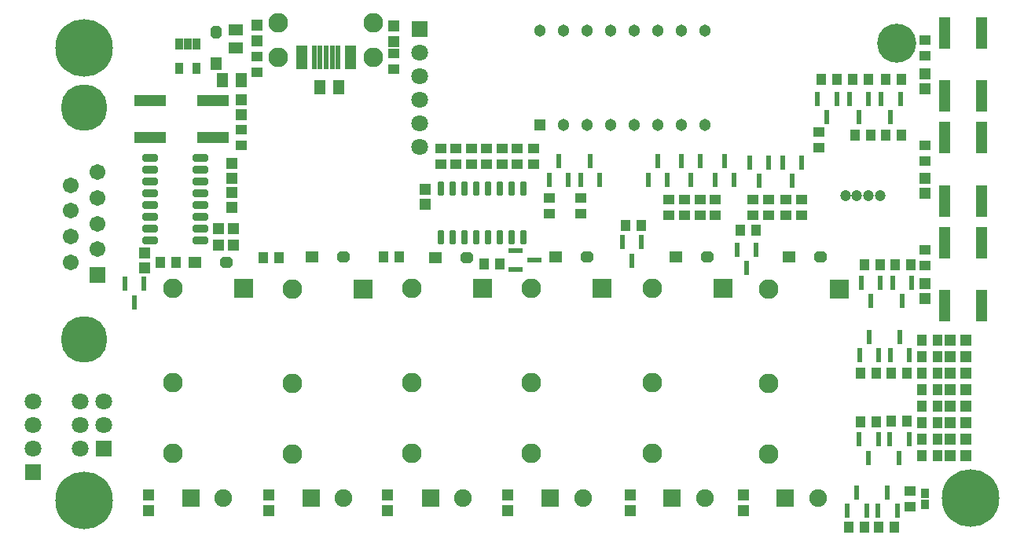
<source format=gbr>
%TF.GenerationSoftware,Altium Limited,Altium NEXUS,2.1.9 (83)*%
G04 Layer_Color=8388736*
%FSLAX44Y44*%
%MOMM*%
%TF.FileFunction,Soldermask,Top*%
%TF.Part,Single*%
G01*
G75*
%TA.AperFunction,SMDPad,CuDef*%
%ADD23R,0.6100X1.6100*%
%ADD30R,1.6100X0.6100*%
%ADD70R,0.9032X1.0032*%
%ADD71R,0.8632X1.2032*%
%TA.AperFunction,ConnectorPad*%
%ADD72R,1.3032X2.5532*%
%ADD73R,0.6032X2.5532*%
%TA.AperFunction,SMDPad,CuDef*%
%ADD74R,1.2032X1.6032*%
%ADD75R,1.2032X1.1032*%
%ADD76R,1.6032X1.2032*%
%ADD77R,1.1032X1.2032*%
%ADD78R,1.2032X1.3032*%
%ADD79R,1.2032X1.4232*%
G04:AMPARAMS|DCode=80|XSize=1.2032mm|YSize=1.4232mm|CornerRadius=0mm|HoleSize=0mm|Usage=FLASHONLY|Rotation=0.000|XOffset=0mm|YOffset=0mm|HoleType=Round|Shape=Octagon|*
%AMOCTAGOND80*
4,1,8,-0.3008,0.7116,0.3008,0.7116,0.6016,0.4108,0.6016,-0.4108,0.3008,-0.7116,-0.3008,-0.7116,-0.6016,-0.4108,-0.6016,0.4108,-0.3008,0.7116,0.0*
%
%ADD80OCTAGOND80*%

%ADD81R,3.4032X1.2032*%
%ADD82R,1.2032X1.2032*%
G04:AMPARAMS|DCode=83|XSize=0.7532mm|YSize=1.4532mm|CornerRadius=0.1511mm|HoleSize=0mm|Usage=FLASHONLY|Rotation=180.000|XOffset=0mm|YOffset=0mm|HoleType=Round|Shape=RoundedRectangle|*
%AMROUNDEDRECTD83*
21,1,0.7532,1.1510,0,0,180.0*
21,1,0.4510,1.4532,0,0,180.0*
1,1,0.3022,-0.2255,0.5755*
1,1,0.3022,0.2255,0.5755*
1,1,0.3022,0.2255,-0.5755*
1,1,0.3022,-0.2255,-0.5755*
%
%ADD83ROUNDEDRECTD83*%
%ADD84R,1.3032X1.2032*%
%ADD85R,1.4232X1.2032*%
G04:AMPARAMS|DCode=86|XSize=1.2032mm|YSize=1.4232mm|CornerRadius=0mm|HoleSize=0mm|Usage=FLASHONLY|Rotation=270.000|XOffset=0mm|YOffset=0mm|HoleType=Round|Shape=Octagon|*
%AMOCTAGOND86*
4,1,8,0.7116,0.3008,0.7116,-0.3008,0.4108,-0.6016,-0.4108,-0.6016,-0.7116,-0.3008,-0.7116,0.3008,-0.4108,0.6016,0.4108,0.6016,0.7116,0.3008,0.0*
%
%ADD86OCTAGOND86*%

%ADD87R,1.2032X3.4032*%
%TA.AperFunction,ConnectorPad*%
%ADD88R,1.2032X3.4032*%
%TA.AperFunction,SMDPad,CuDef*%
G04:AMPARAMS|DCode=89|XSize=0.8032mm|YSize=1.6532mm|CornerRadius=0.1526mm|HoleSize=0mm|Usage=FLASHONLY|Rotation=270.000|XOffset=0mm|YOffset=0mm|HoleType=Round|Shape=RoundedRectangle|*
%AMROUNDEDRECTD89*
21,1,0.8032,1.3480,0,0,270.0*
21,1,0.4980,1.6532,0,0,270.0*
1,1,0.3052,-0.6740,-0.2490*
1,1,0.3052,-0.6740,0.2490*
1,1,0.3052,0.6740,0.2490*
1,1,0.3052,0.6740,-0.2490*
%
%ADD89ROUNDEDRECTD89*%
%ADD90R,1.2032X1.2032*%
%TA.AperFunction,ComponentPad*%
%ADD91R,2.1032X2.1032*%
%ADD92C,2.1032*%
%ADD93R,1.9032X1.9032*%
%ADD94C,1.9032*%
%TA.AperFunction,ViaPad*%
%ADD95C,4.2032*%
%ADD96C,6.2032*%
%TA.AperFunction,ComponentPad*%
%ADD97R,1.8032X1.8032*%
%ADD98C,1.8032*%
%ADD99C,1.2032*%
%ADD100R,1.3032X1.3032*%
%ADD101C,1.3032*%
%ADD102C,5.0032*%
%ADD103C,1.7032*%
%ADD104R,1.7032X1.7032*%
D23*
X1122770Y664000D02*
D03*
X1102270D02*
D03*
X1112520Y644100D02*
D03*
X1087210Y664000D02*
D03*
X1066710D02*
D03*
X1076960Y644100D02*
D03*
X1013550Y665270D02*
D03*
X993050D02*
D03*
X1003300Y645370D02*
D03*
X1229250Y732834D02*
D03*
X1208750D02*
D03*
X1219000Y712934D02*
D03*
X1194960Y732834D02*
D03*
X1174460D02*
D03*
X1184710Y712934D02*
D03*
X1160670Y732834D02*
D03*
X1140170D02*
D03*
X1150420Y712934D02*
D03*
X850810Y645370D02*
D03*
X871310D02*
D03*
X861060Y665270D02*
D03*
X885100Y645370D02*
D03*
X905600D02*
D03*
X895350Y665270D02*
D03*
X957490Y645370D02*
D03*
X977990D02*
D03*
X967740Y665270D02*
D03*
X1029880Y645370D02*
D03*
X1050380D02*
D03*
X1040130Y665270D02*
D03*
X1218348Y456140D02*
D03*
X1238848D02*
D03*
X1228598Y476040D02*
D03*
X1185328Y456394D02*
D03*
X1205828D02*
D03*
X1195578Y476294D02*
D03*
X1207516Y534416D02*
D03*
X1187016D02*
D03*
X1197266Y514516D02*
D03*
X1241642Y534460D02*
D03*
X1221142D02*
D03*
X1231392Y514560D02*
D03*
X1205394Y288500D02*
D03*
X1225894D02*
D03*
X1215644Y308400D02*
D03*
X1172374Y288500D02*
D03*
X1192874D02*
D03*
X1182624Y308400D02*
D03*
X1205574Y365550D02*
D03*
X1185074D02*
D03*
X1195324Y345650D02*
D03*
X1238594Y365550D02*
D03*
X1218094D02*
D03*
X1228344Y345650D02*
D03*
X414110Y533444D02*
D03*
X393610D02*
D03*
X403860Y513544D02*
D03*
X950648Y578358D02*
D03*
X930148D02*
D03*
X940398Y558458D02*
D03*
X1074002Y570274D02*
D03*
X1053502D02*
D03*
X1063752Y550374D02*
D03*
D30*
X814788Y569304D02*
D03*
Y548804D02*
D03*
X834688Y559054D02*
D03*
D70*
X1256030Y307498D02*
D03*
Y295498D02*
D03*
D71*
X471018Y791764D02*
D03*
X461518D02*
D03*
X452018D02*
D03*
Y765764D02*
D03*
X471018D02*
D03*
D72*
X637162Y777494D02*
D03*
X584162D02*
D03*
D73*
X597662D02*
D03*
X604162D02*
D03*
X610662D02*
D03*
X617162D02*
D03*
X623662D02*
D03*
D74*
X623918Y744982D02*
D03*
X603918D02*
D03*
X519016Y752856D02*
D03*
X499016D02*
D03*
D75*
X683514Y781930D02*
D03*
Y764930D02*
D03*
X535940Y777866D02*
D03*
Y760866D02*
D03*
X519430Y682380D02*
D03*
Y699380D02*
D03*
X1239520Y309998D02*
D03*
Y292998D02*
D03*
X1106170Y624450D02*
D03*
Y607450D02*
D03*
X1070610Y624450D02*
D03*
Y607450D02*
D03*
X1122680Y624450D02*
D03*
Y607450D02*
D03*
X1087120Y624450D02*
D03*
Y607450D02*
D03*
X996950Y607450D02*
D03*
Y624450D02*
D03*
X1013460Y607450D02*
D03*
Y624450D02*
D03*
X834390Y679060D02*
D03*
Y662060D02*
D03*
X816610Y679060D02*
D03*
Y662060D02*
D03*
X800100Y679060D02*
D03*
Y662060D02*
D03*
X783590Y679060D02*
D03*
Y662060D02*
D03*
X767080Y679060D02*
D03*
Y662060D02*
D03*
X734060Y679060D02*
D03*
Y662060D02*
D03*
X750570Y679060D02*
D03*
Y662060D02*
D03*
X1141730Y697348D02*
D03*
Y680348D02*
D03*
X850900Y608720D02*
D03*
Y625720D02*
D03*
X885190Y608720D02*
D03*
Y625720D02*
D03*
X980186Y607450D02*
D03*
Y624450D02*
D03*
X1029970Y607450D02*
D03*
Y624450D02*
D03*
X1256030Y569840D02*
D03*
Y552840D02*
D03*
Y682870D02*
D03*
Y665870D02*
D03*
Y795900D02*
D03*
Y778900D02*
D03*
D76*
X513588Y807306D02*
D03*
Y787306D02*
D03*
D77*
X1230494Y693166D02*
D03*
X1213494D02*
D03*
X1180220D02*
D03*
X1197220D02*
D03*
X1143898Y753872D02*
D03*
X1160898D02*
D03*
X1178188D02*
D03*
X1195188D02*
D03*
X1213748D02*
D03*
X1230748D02*
D03*
X1269610Y472440D02*
D03*
X1252610D02*
D03*
X1219590Y436880D02*
D03*
X1236590D02*
D03*
X1269610Y454660D02*
D03*
X1252610D02*
D03*
X1186570Y436880D02*
D03*
X1203570D02*
D03*
X1269610D02*
D03*
X1252610D02*
D03*
X1207544Y553438D02*
D03*
X1190544D02*
D03*
X1269610Y419100D02*
D03*
X1252610D02*
D03*
X1240564Y553438D02*
D03*
X1223564D02*
D03*
X1269610Y401320D02*
D03*
X1252610D02*
D03*
X1206010Y270764D02*
D03*
X1223010D02*
D03*
X1269610Y383540D02*
D03*
X1252610D02*
D03*
X1173870Y270764D02*
D03*
X1190870D02*
D03*
X1269610Y365760D02*
D03*
X1252610D02*
D03*
X1203198Y384810D02*
D03*
X1186198D02*
D03*
X1269610Y347980D02*
D03*
X1252610D02*
D03*
X1236590Y385064D02*
D03*
X1219590D02*
D03*
X432190Y556260D02*
D03*
X449190D02*
D03*
X559680Y561340D02*
D03*
X542680D02*
D03*
X689220Y562610D02*
D03*
X672220D02*
D03*
X780678Y554990D02*
D03*
X797678D02*
D03*
X950332Y596138D02*
D03*
X933332D02*
D03*
X1073776Y591058D02*
D03*
X1056776D02*
D03*
D78*
X683514Y794140D02*
D03*
Y811140D02*
D03*
X535940Y795410D02*
D03*
Y812410D02*
D03*
X419354Y305680D02*
D03*
Y288680D02*
D03*
X548640Y305680D02*
D03*
Y288680D02*
D03*
X677164Y305680D02*
D03*
Y288680D02*
D03*
X806196Y305680D02*
D03*
Y288680D02*
D03*
X938022Y305680D02*
D03*
Y288680D02*
D03*
X1060196Y305680D02*
D03*
Y288680D02*
D03*
D79*
X491998Y770589D02*
D03*
D80*
Y804211D02*
D03*
D81*
X488660Y731200D02*
D03*
Y691200D02*
D03*
X420660D02*
D03*
Y731200D02*
D03*
D82*
X519430Y715900D02*
D03*
Y731900D02*
D03*
X717550Y635380D02*
D03*
Y619380D02*
D03*
X1256030Y533780D02*
D03*
Y517780D02*
D03*
Y646810D02*
D03*
Y630810D02*
D03*
Y759840D02*
D03*
Y743840D02*
D03*
X509270Y615570D02*
D03*
Y631570D02*
D03*
Y647320D02*
D03*
Y663320D02*
D03*
X415290Y566800D02*
D03*
Y550800D02*
D03*
D83*
X822960Y635850D02*
D03*
X810260D02*
D03*
X797560D02*
D03*
X784860D02*
D03*
X772160D02*
D03*
X759460D02*
D03*
X746760D02*
D03*
X734060D02*
D03*
X822960Y583350D02*
D03*
X810260D02*
D03*
X797560D02*
D03*
X784860D02*
D03*
X772160D02*
D03*
X759460D02*
D03*
X746760D02*
D03*
X734060D02*
D03*
D84*
X1283090Y472440D02*
D03*
X1300090D02*
D03*
X1283090Y454660D02*
D03*
X1300090D02*
D03*
X1283090Y436880D02*
D03*
X1300090D02*
D03*
X1283090Y419100D02*
D03*
X1300090D02*
D03*
X1283090Y401320D02*
D03*
X1300090D02*
D03*
X1283090Y383540D02*
D03*
X1300090D02*
D03*
X1283090Y365760D02*
D03*
X1300090D02*
D03*
X1283090Y347980D02*
D03*
X1300090D02*
D03*
D85*
X469599Y556260D02*
D03*
X595329Y562610D02*
D03*
X728679Y561340D02*
D03*
X858219Y562610D02*
D03*
X987759D02*
D03*
X1109679D02*
D03*
D86*
X503221Y556260D02*
D03*
X628951Y562610D02*
D03*
X762301Y561340D02*
D03*
X891841Y562610D02*
D03*
X1021381D02*
D03*
X1143301D02*
D03*
D87*
X1316670Y509560D02*
D03*
X1276670D02*
D03*
Y577560D02*
D03*
X1316670D02*
D03*
Y622590D02*
D03*
X1276670D02*
D03*
Y690590D02*
D03*
X1316670D02*
D03*
D88*
Y735620D02*
D03*
X1276670D02*
D03*
Y803620D02*
D03*
X1316670D02*
D03*
D89*
X475560Y580390D02*
D03*
Y593090D02*
D03*
Y605790D02*
D03*
Y618490D02*
D03*
Y631190D02*
D03*
Y643890D02*
D03*
Y656590D02*
D03*
Y669290D02*
D03*
X421060Y580390D02*
D03*
Y593090D02*
D03*
Y605790D02*
D03*
Y618490D02*
D03*
Y631190D02*
D03*
Y643890D02*
D03*
Y656590D02*
D03*
Y669290D02*
D03*
D90*
X510920Y575310D02*
D03*
X494920D02*
D03*
X494920Y593090D02*
D03*
X510920D02*
D03*
D91*
X650240Y527304D02*
D03*
X1163574Y527558D02*
D03*
X1038352Y528320D02*
D03*
X907542Y528066D02*
D03*
X779526Y528320D02*
D03*
X521970Y528574D02*
D03*
D92*
X574040Y349504D02*
D03*
Y425704D02*
D03*
Y527304D02*
D03*
X1087374Y349758D02*
D03*
Y425958D02*
D03*
Y527558D02*
D03*
X962152Y350520D02*
D03*
Y426720D02*
D03*
Y528320D02*
D03*
X831342Y350266D02*
D03*
Y426466D02*
D03*
Y528066D02*
D03*
X703326Y350520D02*
D03*
Y426720D02*
D03*
Y528320D02*
D03*
X445770Y350774D02*
D03*
Y426974D02*
D03*
Y528574D02*
D03*
X661912Y814494D02*
D03*
X559412D02*
D03*
X661912Y777494D02*
D03*
X559412D02*
D03*
D93*
X852170Y302720D02*
D03*
X464820D02*
D03*
X594360Y302260D02*
D03*
X723190Y302720D02*
D03*
X983540D02*
D03*
X1105460D02*
D03*
D94*
X887170D02*
D03*
X499820D02*
D03*
X629360Y302260D02*
D03*
X758190Y302720D02*
D03*
X1018540D02*
D03*
X1140460D02*
D03*
D95*
X1225042Y792734D02*
D03*
D96*
X1305306Y302260D02*
D03*
X350000Y299720D02*
D03*
Y787400D02*
D03*
D97*
X711200Y807720D02*
D03*
X294640Y330200D02*
D03*
X370840Y355600D02*
D03*
D98*
X711200Y782320D02*
D03*
Y756920D02*
D03*
Y731520D02*
D03*
Y706120D02*
D03*
Y680720D02*
D03*
X294640Y406400D02*
D03*
Y381000D02*
D03*
Y355600D02*
D03*
X345440Y406400D02*
D03*
X370840D02*
D03*
X345440Y381000D02*
D03*
X370840D02*
D03*
X345440Y355600D02*
D03*
D99*
X1207570Y628650D02*
D03*
X1195070D02*
D03*
X1182570D02*
D03*
X1170070D02*
D03*
D100*
X840740Y704850D02*
D03*
D101*
X866140D02*
D03*
X891540D02*
D03*
X916940D02*
D03*
X942340D02*
D03*
X967740D02*
D03*
X993140D02*
D03*
X1018540D02*
D03*
Y806450D02*
D03*
X993140D02*
D03*
X967740D02*
D03*
X942340D02*
D03*
X916940D02*
D03*
X891540D02*
D03*
X866140D02*
D03*
X840740D02*
D03*
D102*
X350000Y473170D02*
D03*
Y723170D02*
D03*
D103*
X335800Y639720D02*
D03*
Y612020D02*
D03*
Y584320D02*
D03*
Y556620D02*
D03*
X364200Y570470D02*
D03*
Y653570D02*
D03*
Y625870D02*
D03*
Y598170D02*
D03*
D104*
Y542770D02*
D03*
%TF.MD5,193f59de927d4ea54c6e4e02c24aac10*%
M02*

</source>
